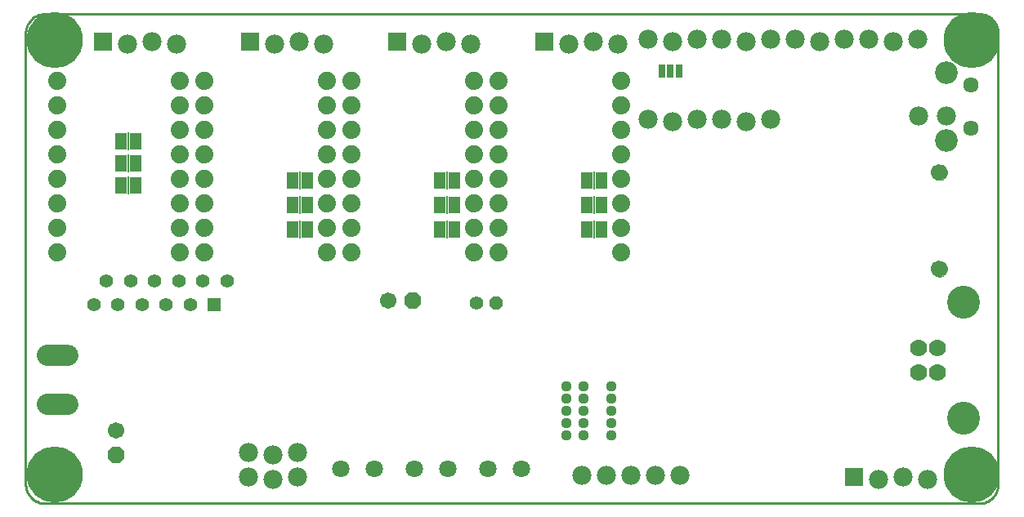
<source format=gbs>
G75*
G70*
%OFA0B0*%
%FSLAX24Y24*%
%IPPOS*%
%LPD*%
%AMOC8*
5,1,8,0,0,1.08239X$1,22.5*
%
%ADD10C,0.0100*%
%ADD11C,0.0700*%
%ADD12C,0.1340*%
%ADD13C,0.0926*%
%ADD14C,0.0634*%
%ADD15C,0.0780*%
%ADD16C,0.0000*%
%ADD17C,0.0670*%
%ADD18C,0.0740*%
%ADD19R,0.0780X0.0780*%
%ADD20R,0.0500X0.0670*%
%ADD21R,0.0060X0.0720*%
%ADD22C,0.0709*%
%ADD23R,0.0290X0.0540*%
%ADD24R,0.0555X0.0555*%
%ADD25C,0.0555*%
%ADD26C,0.0865*%
%ADD27C,0.0440*%
%ADD28OC8,0.0670*%
%ADD29C,0.0670*%
%ADD30OC8,0.0560*%
%ADD31C,0.0560*%
%ADD32C,0.2290*%
D10*
X002785Y001429D02*
X002785Y019835D01*
X002787Y019889D01*
X002792Y019942D01*
X002801Y019995D01*
X002814Y020047D01*
X002830Y020099D01*
X002850Y020149D01*
X002873Y020197D01*
X002900Y020244D01*
X002929Y020289D01*
X002962Y020332D01*
X002997Y020372D01*
X003035Y020410D01*
X003075Y020445D01*
X003118Y020478D01*
X003163Y020507D01*
X003210Y020534D01*
X003258Y020557D01*
X003308Y020577D01*
X003360Y020593D01*
X003412Y020606D01*
X003465Y020615D01*
X003518Y020620D01*
X003572Y020622D01*
X041663Y020622D01*
X041717Y020620D01*
X041770Y020615D01*
X041823Y020606D01*
X041875Y020593D01*
X041927Y020577D01*
X041977Y020557D01*
X042025Y020534D01*
X042072Y020507D01*
X042117Y020478D01*
X042160Y020445D01*
X042200Y020410D01*
X042238Y020372D01*
X042273Y020332D01*
X042306Y020289D01*
X042335Y020244D01*
X042362Y020197D01*
X042385Y020149D01*
X042405Y020099D01*
X042421Y020047D01*
X042434Y019995D01*
X042443Y019942D01*
X042448Y019889D01*
X042450Y019835D01*
X042450Y001429D01*
X042448Y001375D01*
X042443Y001322D01*
X042434Y001269D01*
X042421Y001217D01*
X042405Y001165D01*
X042385Y001115D01*
X042362Y001067D01*
X042335Y001020D01*
X042306Y000975D01*
X042273Y000932D01*
X042238Y000892D01*
X042200Y000854D01*
X042160Y000819D01*
X042117Y000786D01*
X042072Y000757D01*
X042025Y000730D01*
X041977Y000707D01*
X041927Y000687D01*
X041875Y000671D01*
X041823Y000658D01*
X041770Y000649D01*
X041717Y000644D01*
X041663Y000642D01*
X003572Y000642D01*
X003518Y000644D01*
X003465Y000649D01*
X003412Y000658D01*
X003360Y000671D01*
X003308Y000687D01*
X003258Y000707D01*
X003210Y000730D01*
X003163Y000757D01*
X003118Y000786D01*
X003075Y000819D01*
X003035Y000854D01*
X002997Y000892D01*
X002962Y000932D01*
X002929Y000975D01*
X002900Y001020D01*
X002873Y001067D01*
X002850Y001115D01*
X002830Y001165D01*
X002814Y001217D01*
X002801Y001269D01*
X002792Y001322D01*
X002787Y001375D01*
X002785Y001429D01*
D11*
X039200Y005995D03*
X039980Y005995D03*
X039980Y006979D03*
X039200Y006979D03*
D12*
X041050Y008857D03*
X041050Y004117D03*
D13*
X040346Y015459D03*
X040346Y018215D03*
D14*
X041330Y017723D03*
X041330Y015951D03*
D15*
X040350Y016467D03*
X039210Y016467D03*
X033168Y016337D03*
X032168Y016237D03*
X031168Y016337D03*
X030168Y016337D03*
X029168Y016237D03*
X028168Y016337D03*
X026930Y019387D03*
X025930Y019487D03*
X024930Y019387D03*
X028168Y019587D03*
X029168Y019487D03*
X030168Y019587D03*
X031168Y019587D03*
X032168Y019487D03*
X033168Y019587D03*
X034168Y019587D03*
X035168Y019487D03*
X036168Y019587D03*
X037168Y019587D03*
X038168Y019487D03*
X039168Y019587D03*
X020930Y019387D03*
X019930Y019487D03*
X018930Y019387D03*
X014930Y019387D03*
X013930Y019487D03*
X012930Y019387D03*
X008930Y019387D03*
X007930Y019487D03*
X006930Y019387D03*
X011880Y002737D03*
X012880Y002637D03*
X013880Y002737D03*
X013880Y001737D03*
X012880Y001637D03*
X011880Y001737D03*
X025480Y001787D03*
X026480Y001787D03*
X027480Y001787D03*
X028480Y001787D03*
X029480Y001787D03*
X037580Y001637D03*
X038580Y001737D03*
X039580Y001637D03*
D16*
X039739Y010219D02*
X039741Y010254D01*
X039747Y010289D01*
X039757Y010323D01*
X039770Y010356D01*
X039787Y010387D01*
X039808Y010415D01*
X039831Y010442D01*
X039858Y010465D01*
X039886Y010486D01*
X039917Y010503D01*
X039950Y010516D01*
X039984Y010526D01*
X040019Y010532D01*
X040054Y010534D01*
X040089Y010532D01*
X040124Y010526D01*
X040158Y010516D01*
X040191Y010503D01*
X040222Y010486D01*
X040250Y010465D01*
X040277Y010442D01*
X040300Y010415D01*
X040321Y010387D01*
X040338Y010356D01*
X040351Y010323D01*
X040361Y010289D01*
X040367Y010254D01*
X040369Y010219D01*
X040367Y010184D01*
X040361Y010149D01*
X040351Y010115D01*
X040338Y010082D01*
X040321Y010051D01*
X040300Y010023D01*
X040277Y009996D01*
X040250Y009973D01*
X040222Y009952D01*
X040191Y009935D01*
X040158Y009922D01*
X040124Y009912D01*
X040089Y009906D01*
X040054Y009904D01*
X040019Y009906D01*
X039984Y009912D01*
X039950Y009922D01*
X039917Y009935D01*
X039886Y009952D01*
X039858Y009973D01*
X039831Y009996D01*
X039808Y010023D01*
X039787Y010051D01*
X039770Y010082D01*
X039757Y010115D01*
X039747Y010149D01*
X039741Y010184D01*
X039739Y010219D01*
X039739Y014156D02*
X039741Y014191D01*
X039747Y014226D01*
X039757Y014260D01*
X039770Y014293D01*
X039787Y014324D01*
X039808Y014352D01*
X039831Y014379D01*
X039858Y014402D01*
X039886Y014423D01*
X039917Y014440D01*
X039950Y014453D01*
X039984Y014463D01*
X040019Y014469D01*
X040054Y014471D01*
X040089Y014469D01*
X040124Y014463D01*
X040158Y014453D01*
X040191Y014440D01*
X040222Y014423D01*
X040250Y014402D01*
X040277Y014379D01*
X040300Y014352D01*
X040321Y014324D01*
X040338Y014293D01*
X040351Y014260D01*
X040361Y014226D01*
X040367Y014191D01*
X040369Y014156D01*
X040367Y014121D01*
X040361Y014086D01*
X040351Y014052D01*
X040338Y014019D01*
X040321Y013988D01*
X040300Y013960D01*
X040277Y013933D01*
X040250Y013910D01*
X040222Y013889D01*
X040191Y013872D01*
X040158Y013859D01*
X040124Y013849D01*
X040089Y013843D01*
X040054Y013841D01*
X040019Y013843D01*
X039984Y013849D01*
X039950Y013859D01*
X039917Y013872D01*
X039886Y013889D01*
X039858Y013910D01*
X039831Y013933D01*
X039808Y013960D01*
X039787Y013988D01*
X039770Y014019D01*
X039757Y014052D01*
X039747Y014086D01*
X039741Y014121D01*
X039739Y014156D01*
D17*
X040054Y014156D03*
X040054Y010219D03*
D18*
X027080Y010887D03*
X027080Y011887D03*
X027080Y012887D03*
X027080Y013887D03*
X027080Y014887D03*
X027080Y015887D03*
X027080Y016887D03*
X027080Y017887D03*
X022080Y017887D03*
X021080Y017887D03*
X021080Y016887D03*
X022080Y016887D03*
X022080Y015887D03*
X021080Y015887D03*
X021080Y014887D03*
X022080Y014887D03*
X022080Y013887D03*
X021080Y013887D03*
X021080Y012887D03*
X022080Y012887D03*
X022080Y011887D03*
X021080Y011887D03*
X021080Y010887D03*
X022080Y010887D03*
X016080Y010887D03*
X015080Y010887D03*
X015080Y011887D03*
X016080Y011887D03*
X016080Y012887D03*
X015080Y012887D03*
X015080Y013887D03*
X016080Y013887D03*
X016080Y014887D03*
X015080Y014887D03*
X015080Y015887D03*
X016080Y015887D03*
X016080Y016887D03*
X015080Y016887D03*
X015080Y017887D03*
X016080Y017887D03*
X010080Y017887D03*
X009080Y017887D03*
X009080Y016887D03*
X010080Y016887D03*
X010080Y015887D03*
X009080Y015887D03*
X009080Y014887D03*
X010080Y014887D03*
X010080Y013887D03*
X009080Y013887D03*
X009080Y012887D03*
X010080Y012887D03*
X010080Y011887D03*
X009080Y011887D03*
X009080Y010887D03*
X010080Y010887D03*
X004080Y010887D03*
X004080Y011887D03*
X004080Y012887D03*
X004080Y013887D03*
X004080Y014887D03*
X004080Y015887D03*
X004080Y016887D03*
X004080Y017887D03*
D19*
X005930Y019487D03*
X011930Y019487D03*
X017930Y019487D03*
X023930Y019487D03*
X036580Y001737D03*
D20*
X026280Y011837D03*
X025680Y011837D03*
X025680Y012837D03*
X026280Y012837D03*
X026280Y013837D03*
X025680Y013837D03*
X020280Y013837D03*
X019680Y013837D03*
X019680Y012837D03*
X020280Y012837D03*
X020280Y011837D03*
X019680Y011837D03*
X014280Y011837D03*
X013680Y011837D03*
X013680Y012837D03*
X014280Y012837D03*
X014280Y013837D03*
X013680Y013837D03*
X007280Y013637D03*
X006680Y013637D03*
X006680Y014537D03*
X007280Y014537D03*
X007280Y015437D03*
X006680Y015437D03*
D21*
X006980Y015437D03*
X006980Y014537D03*
X006980Y013637D03*
X013980Y013837D03*
X013980Y012837D03*
X013980Y011837D03*
X019980Y011837D03*
X019980Y012837D03*
X019980Y013837D03*
X025980Y013837D03*
X025980Y012837D03*
X025980Y011837D03*
D22*
X023019Y002048D03*
X021641Y002048D03*
X020019Y002048D03*
X018641Y002048D03*
X017019Y002048D03*
X015641Y002048D03*
D23*
X028730Y018287D03*
X029080Y018287D03*
X029430Y018287D03*
D24*
X010487Y008745D03*
D25*
X009503Y008745D03*
X008519Y008745D03*
X007535Y008745D03*
X006550Y008745D03*
X005566Y008745D03*
X006074Y009729D03*
X007058Y009729D03*
X008043Y009729D03*
X009027Y009729D03*
X010011Y009729D03*
X010995Y009729D03*
D26*
X004493Y006687D02*
X003668Y006687D01*
X003668Y004687D02*
X004493Y004687D01*
D27*
X024830Y004437D03*
X025530Y004437D03*
X025530Y004937D03*
X024830Y004937D03*
X024830Y005437D03*
X025530Y005437D03*
X026680Y005437D03*
X026680Y004937D03*
X026680Y004437D03*
X026680Y003937D03*
X026680Y003437D03*
X025530Y003437D03*
X024830Y003437D03*
X024830Y003937D03*
X025530Y003937D03*
D28*
X018580Y008937D03*
X006480Y002637D03*
D29*
X006480Y003637D03*
X017580Y008937D03*
D30*
X021980Y008837D03*
D31*
X021180Y008837D03*
D32*
X003966Y001823D03*
X041367Y001823D03*
X041367Y019540D03*
X003966Y019540D03*
M02*

</source>
